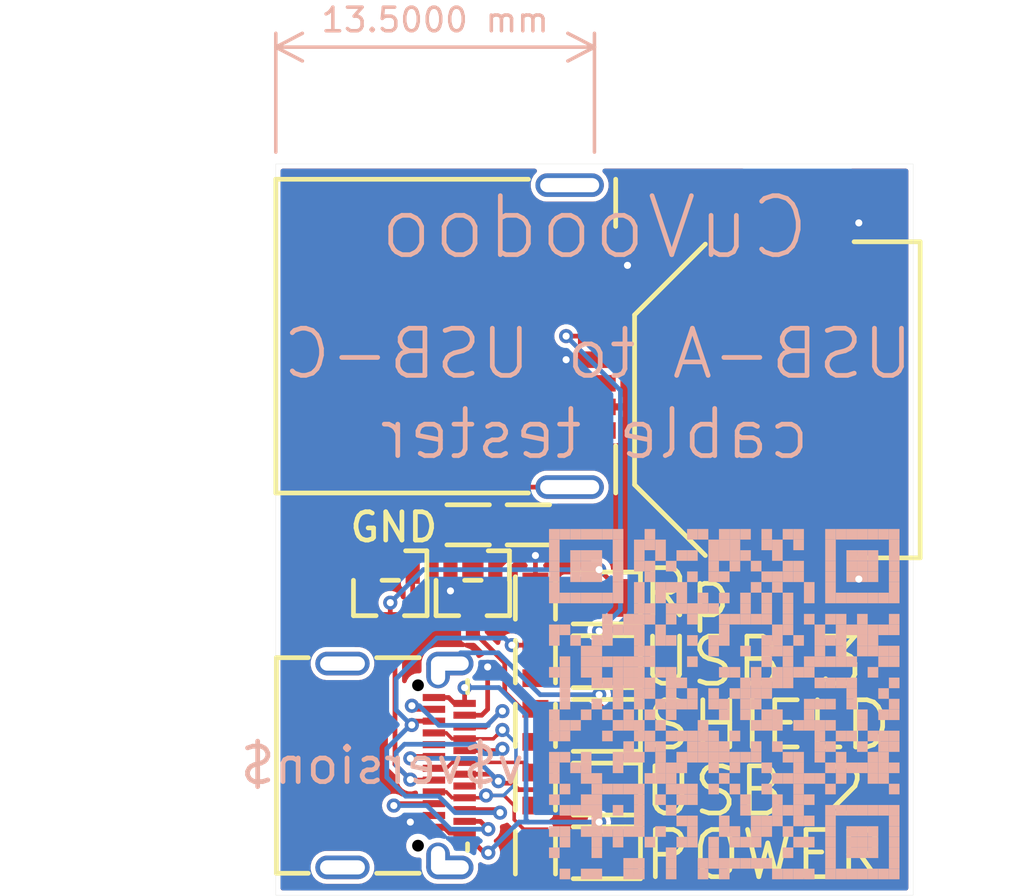
<source format=kicad_pcb>
(kicad_pcb (version 20211014) (generator pcbnew)

  (general
    (thickness 1.6)
  )

  (paper "A4")
  (title_block
    (title "USB-A to USB-C cable tester")
    (date "$date$")
    (rev "$version$.$revision$")
    (company "CuVoodoo")
    (comment 1 "King Kévin")
    (comment 2 "CERN-OHL-S")
  )

  (layers
    (0 "F.Cu" signal)
    (31 "B.Cu" signal)
    (33 "F.Adhes" user "F.Adhesive")
    (34 "B.Paste" user)
    (35 "F.Paste" user)
    (36 "B.SilkS" user "B.Silkscreen")
    (37 "F.SilkS" user "F.Silkscreen")
    (38 "B.Mask" user)
    (39 "F.Mask" user)
    (40 "Dwgs.User" user "User.Drawings")
    (44 "Edge.Cuts" user)
    (45 "Margin" user)
    (46 "B.CrtYd" user "B.Courtyard")
    (47 "F.CrtYd" user "F.Courtyard")
    (48 "B.Fab" user)
    (49 "F.Fab" user)
  )

  (setup
    (stackup
      (layer "F.SilkS" (type "Top Silk Screen"))
      (layer "F.Paste" (type "Top Solder Paste"))
      (layer "F.Mask" (type "Top Solder Mask") (thickness 0.01))
      (layer "F.Cu" (type "copper") (thickness 0.035))
      (layer "dielectric 1" (type "core") (thickness 1.51) (material "FR4") (epsilon_r 4.5) (loss_tangent 0.02))
      (layer "B.Cu" (type "copper") (thickness 0.035))
      (layer "B.Mask" (type "Bottom Solder Mask") (thickness 0.01))
      (layer "B.Paste" (type "Bottom Solder Paste"))
      (layer "B.SilkS" (type "Bottom Silk Screen"))
      (copper_finish "None")
      (dielectric_constraints no)
    )
    (pad_to_mask_clearance 0)
    (pcbplotparams
      (layerselection 0x00010fc_ffffffff)
      (disableapertmacros false)
      (usegerberextensions false)
      (usegerberattributes true)
      (usegerberadvancedattributes true)
      (creategerberjobfile true)
      (svguseinch false)
      (svgprecision 6)
      (excludeedgelayer true)
      (plotframeref false)
      (viasonmask false)
      (mode 1)
      (useauxorigin false)
      (hpglpennumber 1)
      (hpglpenspeed 20)
      (hpglpendiameter 15.000000)
      (dxfpolygonmode true)
      (dxfimperialunits true)
      (dxfusepcbnewfont true)
      (psnegative false)
      (psa4output false)
      (plotreference true)
      (plotvalue true)
      (plotinvisibletext false)
      (sketchpadsonfab false)
      (subtractmaskfromsilk false)
      (outputformat 1)
      (mirror false)
      (drillshape 1)
      (scaleselection 1)
      (outputdirectory "")
    )
  )

  (net 0 "")
  (net 1 "VCC")
  (net 2 "GND")
  (net 3 "/PWR-")
  (net 4 "Net-(D1-Pad2)")
  (net 5 "/USB2-")
  (net 6 "Net-(D2-Pad2)")
  (net 7 "/USB3-")
  (net 8 "Net-(D3-Pad2)")
  (net 9 "Net-(D4-Pad1)")
  (net 10 "Net-(D4-Pad2)")
  (net 11 "Net-(D5-Pad2)")
  (net 12 "Net-(J1-Pad8)")
  (net 13 "Net-(J1-Pad5)")
  (net 14 "/SH-A")
  (net 15 "Net-(J2-PadA3)")
  (net 16 "/PWR+")
  (net 17 "/Rp")
  (net 18 "/USB2+")
  (net 19 "unconnected-(J2-PadA8)")
  (net 20 "/USB3+")
  (net 21 "Net-(J2-PadA11)")
  (net 22 "unconnected-(J2-PadB8)")
  (net 23 "/SH-C")
  (net 24 "Net-(Q7-Pad3)")
  (net 25 "unconnected-(J1-Pad10)")
  (net 26 "unconnected-(J2-PadS2)")
  (net 27 "unconnected-(J2-PadS4)")
  (net 28 "unconnected-(J2-PadS3)")

  (footprint "qeda:UC1608X55N" (layer "F.Cu") (at 61.3 66.4))

  (footprint "qeda:LEDC2012X80N" (layer "F.Cu") (at 64 61 -90))

  (footprint "kikit:Tab" (layer "F.Cu") (at 77.55 49.9 180))

  (footprint "qeda:CONNECTOR_XKB_U262-24XN-4BV64" (layer "F.Cu") (at 54.375 65.4 -90))

  (footprint "qeda:UC1608X55N" (layer "F.Cu") (at 58.45 55.2 -90))

  (footprint "kikit:Tab" (layer "F.Cu") (at 50 47.2))

  (footprint "qeda:LEDC2012X80N" (layer "F.Cu") (at 64 63.7 -90))

  (footprint "qeda:CONNECTOR_MY-1220-03" (layer "F.Cu") (at 71.5 49.9 -90))

  (footprint "qeda:UC1608X55N" (layer "F.Cu") (at 61.3 69.1))

  (footprint "qeda:CONNECTOR_U231-09XN-4BLRA00" (layer "F.Cu") (at 57.5 47.2 -90))

  (footprint "qeda:LEDC2012X80N" (layer "F.Cu") (at 64 69.1 -90))

  (footprint "qeda:UC1608X55N" (layer "F.Cu") (at 61.3 63.7))

  (footprint "custom:pad_A" (layer "F.Cu") (at 52 57.2))

  (footprint "qeda:UC1608X55N" (layer "F.Cu") (at 61 55.2 90))

  (footprint "qeda:SOT95P237X112-3N" (layer "F.Cu") (at 58.65 58.3 -90))

  (footprint "qeda:SOT95P237X112-3N" (layer "F.Cu") (at 55.15 58.3 -90))

  (footprint "qeda:LEDC2012X80N" (layer "F.Cu") (at 64 58.3 -90))

  (footprint "qeda:LEDC2012X80N" (layer "F.Cu") (at 64 66.4 -90))

  (footprint "qeda:UC1608X55N" (layer "F.Cu") (at 61.3 58.3))

  (footprint "qeda:UC1608X55N" (layer "F.Cu") (at 61.3 61))

  (footprint "custom:QR" (layer "B.Cu") (at 69.3 62.8 180))

  (gr_rect (start 50.3 39.9) (end 77.3 70.9) (layer "Edge.Cuts") (width 0.01) (fill none) (tstamp e110771b-8aba-42bd-84d6-617f9ea39dc4))
  (gr_text "cable tester" (at 63.8 51.35) (layer "B.SilkS") (tstamp 179cd2f8-9733-4954-85ff-39ca965aeee1)
    (effects (font (size 2 2) (thickness 0.2)) (justify mirror))
  )
  (gr_text "USB-A to USB-C" (at 63.95 47.95) (layer "B.SilkS") (tstamp 4d7a8855-27cb-41ec-a779-1e63df03c905)
    (effects (font (size 2 2) (thickness 0.2)) (justify mirror))
  )
  (gr_text "v$version$" (at 60.95 65.4) (layer "B.SilkS") (tstamp 792c4c1d-f5d1-4910-9abd-84049f176ad3)
    (effects (font (size 1.5 1.5) (thickness 0.2)) (justify left mirror))
  )
  (gr_text "CuVoodoo" (at 63.8 42.6) (layer "B.SilkS") (tstamp 8a3d6bd8-1b6d-4752-a0a8-fdb777df11ae)
    (effects (font (size 2.5 2.5) (thickness 0.2)) (justify mirror))
  )
  (gr_text "POWER" (at 71 69.2) (layer "F.SilkS") (tstamp 28d0cc7d-8de8-4b53-95ef-6dfe09ee3a59)
    (effects (font (size 2 2) (thickness 0.2)))
  )
  (gr_text "GND" (at 55.3 55.3) (layer "F.SilkS") (tstamp 34852892-c925-4f4c-a185-7e95d257c202)
    (effects (font (size 1.2 1.2) (thickness 0.2)))
  )
  (gr_text "USB 2" (at 70.6 66.5) (layer "F.SilkS") (tstamp 3859f4e5-f8f6-455c-8d1a-163e06472d32)
    (effects (font (size 2 2) (thickness 0.2)))
  )
  (gr_text "USB 3" (at 70.5 61) (layer "F.SilkS") (tstamp 4c0f3b00-6ee3-44a9-9f3c-e2b80cccfc95)
    (effects (font (size 2 2) (thickness 0.2)))
  )
  (gr_text "Rp" (at 67.7 58.1) (layer "F.SilkS") (tstamp 99fc3018-400c-48b2-8606-a82ade13f88d)
    (effects (font (size 2 2) (thickness 0.2)))
  )
  (gr_text "SHIELD" (at 71.2 63.7) (layer "F.SilkS") (tstamp aa6aed97-74af-4bcd-9533-eb1f6168cfd8)
    (effects (font (size 2 2) (thickness 0.2)))
  )
  (dimension (type aligned) (layer "B.SilkS") (tstamp 65d73f6a-fb32-42ec-a309-f2bf1ed0c6db)
    (pts (xy 50.3 39.9) (xy 63.8 39.9))
    (height -4.95)
    (gr_text "13.5000 mm" (at 57.05 33.8) (layer "B.SilkS") (tstamp 58f56b81-869f-47b6-bb56-d60055f3c47f)
      (effects (font (size 1 1) (thickness 0.15)))
    )
    (format (units 3) (units_format 1) (precision 4))
    (style (thickness 0.15) (arrow_length 1.27) (text_position_mode 0) (extension_height 0.58642) (extension_offset 0.5) keep_text_aligned)
  )
  (dimension (type aligned) (layer "F.Fab") (tstamp 0987586c-4343-480a-ae15-bc1b4632f1d3)
    (pts (xy 50.3 39.9) (xy 50.3 70.9))
    (height 5.6)
    (gr_text "31.0000 mm" (at 43.55 55.4 90) (layer "F.Fab") (tstamp 0987586c-4343-480a-ae15-bc1b4632f1d3)
      (effects (font (size 1 1) (thickness 0.15)))
    )
    (format (units 3) (units_format 1) (precision 4))
    (style (thickness 0.1) (arrow_length 1.27) (text_position_mode 0) (extension_height 0.58642) (extension_offset 0.5) keep_text_aligned)
  )
  (dimension (type aligned) (layer "F.Fab") (tstamp d235e816-7f10-40ef-931c-0cccd106ef8e)
    (pts (xy 50.3 39.9) (xy 77.3 39.9))
    (height -2.3)
    (gr_text "27.0000 mm" (at 63.8 36.45) (layer "F.Fab") (tstamp d235e816-7f10-40ef-931c-0cccd106ef8e)
      (effects (font (size 1 1) (thickness 0.15)))
    )
    (format (units 3) (units_format 1) (precision 4))
    (style (thickness 0.1) (arrow_length 1.27) (text_position_mode 0) (extension_height 0.58642) (extension_offset 0.5) keep_text_aligned)
  )

  (segment (start 57 67.52) (end 56.28 67.52) (width 0.2) (layer "F.Cu") (net 1) (tstamp 1b8b5758-c580-4557-87a1-b6222a8116e9))
  (segment (start 57.7 58) (end 57.7 57.15) (width 0.2) (layer "F.Cu") (net 1) (tstamp 3618117b-dab2-40a7-ba43-5eb5fb4ac084))
  (segment (start 63.9 48.2) (end 62.6 48.2) (width 0.2) (layer "F.Cu") (net 1) (tstamp 3b85de12-8f5e-4ee5-baa0-b3e061d387b0))
  (segment (start 74.95 57.45) (end 75 57.5) (width 0.2) (layer "F.Cu") (net 1) (tstamp 40f41ae5-c0fa-46c5-bb56-d03490ca3c74))
  (segment (start 56.28 67.52) (end 56 67.8) (width 0.2) (layer "F.Cu") (net 1) (tstamp 6355cadd-40a2-4caa-bf46-5786df19e887))
  (segment (start 59.024022 63.27) (end 58.3 63.27) (width 0.2) (layer "F.Cu") (net 1) (tstamp 69ec6134-374d-4104-8d1d-f52100048361))
  (segment (start 63.9 44.2) (end 65.2 44.2) (width 0.2) (layer "F.Cu") (net 1) (tstamp 8b0223ce-8578-461b-8300-b85dbef8cc65))
  (segment (start 61.7 55.2) (end 61.7 56.1005) (width 0.2) (layer "F.Cu") (net 1) (tstamp 90d5053f-4a4f-482f-82d0-dbc9242f9414))
  (segment (start 74.95 42.35) (end 75 42.4) (width 0.2) (layer "F.Cu") (net 1) (tstamp 916ac31c-e257-4bf6-ab3c-881b663cb45e))
  (segment (start 61.3 57.6) (end 61.3 56.5005) (width 0.2) (layer "F.Cu") (net 1) (tstamp 9e0b6373-37a1-49ce-9330-a38e67a3ca82))
  (segment (start 59.276089 61.223911) (end 59.276089 63.017933) (width 0.2) (layer "F.Cu") (net 1) (tstamp 9e2debc8-f8b5-45d8-b683-92d0cd68a8b9))
  (segment (start 61.7 56.1005) (end 61.3 56.5005) (width 0.2) (layer "F.Cu") (net 1) (tstamp a41385bb-0811-4d82-ba34-f938f0a7549e))
  (segment (start 59.276089 63.017933) (end 59.024022 63.27) (width 0.2) (layer "F.Cu") (net 1) (tstamp b19d611f-10c6-4b82-a5fb-8b2a03084b94))
  (segment (start 72.4 57.45) (end 74.95 57.45) (width 0.2) (layer "F.Cu") (net 1) (tstamp b851d31a-dd8e-4bc1-832f-5ff796344720))
  (segment (start 72.4 42.35) (end 74.95 42.35) (width 0.2) (layer "F.Cu") (net 1) (tstamp f5dcbef9-d186-485b-bd4f-c91f0d0e3850))
  (via (at 65.2 44.2) (size 0.6) (drill 0.3) (layers "F.Cu" "B.Cu") (net 1) (tstamp 4fa1f0af-4b89-4023-9992-28f7a0a9c009))
  (via (at 59.276089 61.223911) (size 0.6) (drill 0.3) (layers "F.Cu" "B.Cu") (net 1) (tstamp 522fea9f-551e-4434-8631-a4891a80df0c))
  (via (at 75 57.5) (size 0.6) (drill 0.3) (layers "F.Cu" "B.Cu") (free) (net 1) (tstamp 5a6c3353-bd2a-461c-bfd6-749bbcb38c9f))
  (via (at 56 67.8) (size 0.6) (drill 0.3) (layers "F.Cu" "B.Cu") (net 1) (tstamp 64aed69c-80f4-4314-a1a8-c168a4b46aac))
  (via (at 57.7 58) (size 0.6) (drill 0.3) (layers "F.Cu" "B.Cu") (net 1) (tstamp cde70262-8de2-40e1-8ac2-f0f87b0935b8))
  (via (at 62.6 48.2) (size 0.6) (drill 0.3) (layers "F.Cu" "B.Cu") (net 1) (tstamp cf64a83f-fc0f-41f5-a09f-a473f2fcaeb8))
  (via (at 61.3 56.5005) (size 0.6) (drill 0.3) (layers "F.Cu" "B.Cu") (net 1) (tstamp d2cb9189-cf73-4ae4-849f-331b6c5d53fe))
  (via (at 75 42.4) (size 0.6) (drill 0.3) (layers "F.Cu" "B.Cu") (free) (net 1) (tstamp dece80db-b223-47d7-a844-ee468c4ea71a))
  (segment (start 57.87 62.77) (end 58.3 62.77) (width 0.2) (layer "F.Cu") (net 3) (tstamp 28290c71-68de-4c28-8728-ad8c7232ab45))
  (segment (start 64.9 68.7) (end 64 67.8) (width 0.2) (layer "F.Cu") (net 3) (tstamp 30d00695-2761-4e24-8335-8327aaa75002))
  (segment (start 57.62 62.52) (end 57.87 62.77) (width 0.2) (layer "F.Cu") (net 3) (tstamp 33226df9-6400-49bc-887f-48f8f75bdba5))
  (segment (start 58.3 62.77) (end 58.3 62.1) (width 0.2) (layer "F.Cu") (net 3) (tstamp 3f0c5b8a-8754-48a3-907b-6d807b9c72b0))
  (segment (start 57 62.52) (end 57.62 62.52) (width 0.2) (layer "F.Cu") (net 3) (tstamp 64c92ce1-6f9d-46f2-b7a7-1128a377480f))
  (segment (start 64.9 69.1) (end 64.9 68.7) (width 0.2) (layer "F.Cu") (net 3) (tstamp 6c9b78b1-2421-4c64-a4af-ad160cdaab73))
  (segment (start 57.42 68.02) (end 57.67 68.27) (width 0.2) (layer "F.Cu") (net 3) (tstamp 72fcd135-1384-4732-8938-e7add491d0ec))
  (segment (start 59.13 69.1) (end 58.3 68.27) (width 0.2) (layer "F.Cu") (net 3) (tstamp 9e4290f1-51d5-4f7d-81b6-76bba4400bdb))
  (segment (start 59.3 69.1) (end 59.13 69.1) (width 0.2) (layer "F.Cu") (net 3) (tstamp a8abf6e0-f867-45c8-b60c-2e28824cb312))
  (segment (start 57.67 68.27) (end 58.3 68.27) (width 0.2) (layer "F.Cu") (net 3) (tstamp edd723ed-ada5-4c33-b836-6a765deb5ab8))
  (segment (start 57 68.02) (end 57.42 68.02) (width 0.2) (layer "F.Cu") (net 3) (tstamp f595d2d8-fada-4670-85d5-7eadd6975f3a))
  (via (at 58.3 62.1) (size 0.6) (drill 0.3) (layers "F.Cu" "B.Cu") (net 3) (tstamp 61228115-c3c1-4c09-9057-e8b0ee5d5179))
  (via (at 59.3 69.1) (size 0.6) (drill 0.3) (layers "F.Cu" "B.Cu") (net 3) (tstamp 8b661746-cf2c-4a6f-956a-30db112cbceb))
  (via (at 64 67.8) (size 0.6) (drill 0.3) (layers "F.Cu" "B.Cu") (net 3) (tstamp e57c7d3f-2011-4453-ba51-7180f65ec00b))
  (segment (start 64 67.8) (end 61 67.8) (width 0.2) (layer "B.Cu") (net 3) (tstamp 03560363-6a61-4260-ad7c-0a7b18fd9387))
  (segment (start 60.9 63.247986) (end 60.9 67.7) (width 0.2) (layer "B.Cu") (net 3) (tstamp 1dc02f56-c601-4978-ad6f-99ab3cb9600d))
  (segment (start 61 67.8) (end 60.6 67.8) (width 0.2) (layer "B.Cu") (net 3) (tstamp 262efff9-07f6-4127-8dae-3449e11ab2e2))
  (segment (start 59.752014 62.1) (end 60.9 63.247986) (width 0.2) (layer "B.Cu") (net 3) (tstamp 706d331e-9990-47fa-bd71-ffef050819a7))
  (segment (start 60.9 67.7) (end 61 67.8) (width 0.2) (layer "B.Cu") (net 3) (tstamp 8870284b-bbeb-44c8-a36c-49d893d9d8fa))
  (segment (start 60.6 67.8) (end 59.3 69.1) (width 0.2) (layer "B.Cu") (net 3) (tstamp 88a0a88a-c116-4b88-8174-b1fddfa375b8))
  (segment (start 58.3 62.1) (end 59.752014 62.1) (width 0.2) (layer "B.Cu") (net 3) (tstamp 8ec74bc7-7979-4d25-bb25-1002dd3211ed))
  (segment (start 62.4 69.8) (end 63.1 69.1) (width 0.2) (layer "F.Cu") (net 4) (tstamp 06509903-9442-42f4-87a3-aa6effd51270))
  (segment (start 61.3 69.8) (end 62.4 69.8) (width 0.2) (layer "F.Cu") (net 4) (tstamp 92e5436c-8cd0-4fdc-8734-73ea33ab81b2))
  (segment (start 59.434312 65.77) (end 58.3 65.77) (width 0.2) (layer "F.Cu") (net 5) (tstamp 0fc718bd-20bf-4e09-8059-b80b256078a1))
  (segment (start 56.08 65.02) (end 56 65.1) (width 0.2) (layer "F.Cu") (net 5) (tstamp 144cb0a8-c226-41b7-b231-5a667076bcd5))
  (segment (start 62.4 65.3) (end 63.949022 65.3) (width 0.2) (layer "F.Cu") (net 5) (tstamp 39e8fab7-e3b2-483d-bee8-a812d8a861cd))
  (segment (start 62.250489 66.273533) (end 62.250489 65.449511) (width 0.2) (layer "F.Cu") (net 5) (tstamp 5b4c0919-1e6b-4e97-9192-b1bf7a7caee7))
  (segment (start 59.729808 66.065496) (end 59.81529 66.150978) (width 0.2) (layer "F.Cu") (net 5) (tstamp 6244e5a5-1887-44c1-921a-22c225f4ed75))
  (segment (start 62.098533 66.425489) (end 62.250489 66.273533) (width 0.2) (layer "F.Cu") (net 5) (tstamp 67cffd96-66e1-4f8d-a493-5f1f80ab8495))
  (segment (start 64.9 66.250978) (end 64.9 66.4) (width 0.2) (layer "F.Cu") (net 5) (tstamp 812711a1-1db5-45f9-8402-3f59cef0a66e))
  (segment (start 57 65.02) (end 56.08 65.02) (width 0.2) (layer "F.Cu") (net 5) (tstamp 81492a5c-d7b0-4e18-9355-4604ecdbffbc))
  (segment (start 59.81529 66.150978) (end 60.3 66.150978) (width 0.2) (layer "F.Cu") (net 5) (tstamp b09ed1ab-bd78-457e-b690-5a269a22f9e2))
  (segment (start 62.250489 65.449511) (end 62.4 65.3) (width 0.2) (layer "F.Cu") (net 5) (tstamp b99c66e4-fe49-46ab-8449-b9ad6b94dbfc))
  (segment (start 60.3 66.150978) (end 60.574511 66.425489) (width 0.2) (layer "F.Cu") (net 5) (tstamp e95a020f-b884-4c3e-9086-4b4235ac5ec8))
  (segment (start 63.949022 65.3) (end 64.9 66.250978) (width 0.2) (layer "F.Cu") (net 5) (tstamp edc3baf0-16d6-4606-a34e-1ccbcaa52ab8))
  (segment (start 60.574511 66.425489) (end 62.098533 66.425489) (width 0.2) (layer "F.Cu") (net 5) (tstamp f141967a-c0ab-4b1e-ad40-f448b7f7d947))
  (segment (start 59.729808 66.065496) (end 59.434312 65.77) (width 0.2) (layer "F.Cu") (net 5) (tstamp fee3ca4b-a214-46b3-9cb4-84f213190977))
  (via (at 59.729808 66.065496) (size 0.6) (drill 0.3) (layers "F.Cu" "B.Cu") (net 5) (tstamp d16c3a18-cdc1-4179-9758-b39f74001ef6))
  (via (at 56 65.1) (size 0.6) (drill 0.3) (layers "F.Cu" "B.Cu") (net 5) (tstamp dead273e-4cd2-49fd-9279-ca8452283aec))
  (segment (start 59.729808 66.065496) (end 58.764312 65.1) (width 0.2) (layer "B.Cu") (net 5) (tstamp 6d43aa55-7c83-46a6-a197-3d6b71417ad4))
  (segment (start 58.764312 65.1) (end 56 65.1) (width 0.2) (layer "B.Cu") (net 5) (tstamp 82f2ee27-d41f-4f1d-b6c2-4795bb7b85de))
  (segment (start 62.4 67.1) (end 63.1 66.4) (width 0.2) (layer "F.Cu") (net 6) (tstamp c360a504-90a0-4d4b-be27-6c560537bcf3))
  (segment (start 61.3 67.1) (end 62.4 67.1) (width 0.2) (layer "F.Cu") (net 6) (tstamp e1eee509-ea3d-4376-92ce-6543c57e18f5))
  (segment (start 63.9 47.2) (end 62.6 47.2) (width 0.2) (layer "F.Cu") (net 7) (tstamp 082efa80-21ad-47b6-93ac-219b6d5d19ec))
  (segment (start 64 60.1) (end 64.9 61) (width 0.2) (layer "F.Cu") (net 7) (tstamp 0982c320-41d0-4282-82c8-c03c9c5254d1))
  (segment (start 64 59.7) (end 64 60.1) (width 0.2) (layer "F.Cu") (net 7) (tstamp 7ec8cb36-5a02-42fc-82ee-8cb2604766dd))
  (via (at 64 59.7) (size 0.6) (drill 0.3) (layers "F.Cu" "B.Cu") (net 7) (tstamp 63ceaa7b-3446-4530-808d-5bd8a9a9b270))
  (via (at 62.6 47.2) (size 0.6) (drill 0.3) (layers "F.Cu" "B.Cu") (net 7) (tstamp fed793c4-5920-4faa-8924-fb809828384f))
  (segment (start 64.900489 58.799511) (end 64.900489 49.500489) (width 0.2) (layer "B.Cu") (net 7) (tstamp 0d169fdd-0647-4144-b48a-f330c5b6aead))
  (segment (start 64 59.7) (end 64.900489 58.799511) (width 0.2) (layer "B.Cu") (net 7) (tstamp 4d411035-f8e7-4ab1-bccf-bb9ceced5881))
  (segment (start 64.900489 49.500489) (end 62.6 47.2) (width 0.2) (layer "B.Cu") (net 7) (tstamp 812beb1f-4872-4838-806c-81ab5e558f5f))
  (segment (start 62.4 61.7) (end 63.1 61) (width 0.2) (layer "F.Cu") (net 8) (tstamp 2d65021b-1d2c-4c04-b724-b366f1e833cf))
  (segment (start 61.3 61.7) (end 62.4 61.7) (width 0.2) (layer "F.Cu") (net 8) (tstamp 33696b01-17e0-42f4-97e2-ea740f87064e))
  (segment (start 55.15 58.5) (end 55.15 59.45) (width 0.2) (layer "F.Cu") (net 9) (tstamp 3c14ee8f-9a4f-46ea-afdb-aa9a9b7bf048))
  (segment (start 64.9 58) (end 64 57.1) (width 0.2) (layer "F.Cu") (net 9) (tstamp 7c7ab7b4-5070-4ed7-9886-e339d46c25fb))
  (segment (start 64.9 58.3) (end 64.9 58) (width 0.2) (layer "F.Cu") (net 9) (tstamp c19515e2-da46-48cf-938f-85c3f081425e))
  (via (at 64 57.1) (size 0.6) (drill 0.3) (layers "F.Cu" "B.Cu") (net 9) (tstamp 3af5ac5c-4cd6-4c08-91d9-7786621392e8))
  (via (at 55.15 58.5) (size 0.6) (drill 0.3) (layers "F.Cu" "B.Cu") (net 9) (tstamp ae2c0a70-2378-43ca-8685-04fb9d234ad8))
  (segment (start 64 57.1) (end 56.55 57.1) (width 0.2) (layer "B.Cu") (net 9) (tstamp 372d452d-f849-4cc6-ae6a-a7516e652ab4))
  (segment (start 56.55 57.1) (end 55.15 58.5) (width 0.2) (layer "B.Cu") (net 9) (tstamp a4173900-d5a2-4f4f-b879-f765c8e0a10c))
  (segment (start 61.3 59) (end 62.4 59) (width 0.2) (layer "F.Cu") (net 10) (tstamp 600bf926-757a-4ba3-85e6-922f96976d2a))
  (segment (start 62.4 59) (end 63.1 58.3) (width 0.2) (layer "F.Cu") (net 10) (tstamp d6297aad-2160-46a6-b90b-5d247f2de6a1))
  (segment (start 62.4 64.4) (end 63.1 63.7) (width 0.2) (layer "F.Cu") (net 11) (tstamp 8c73cd64-a10b-4858-8882-a99d1f846635))
  (segment (start 61.3 64.4) (end 62.4 64.4) (width 0.2) (layer "F.Cu") (net 11) (tstamp d00bd804-a559-4e7f-b2f8-adbbae07fff7))
  (segment (start 62.4 44.8) (end 62.8 45.2) (width 0.2) (layer "F.Cu") (net 12) (tstamp 45cfbb0f-1c5b-43ff-8533-b7e190cf389b))
  (segment (start 63.9 43.2) (end 62.8 43.2) (width 0.2) (layer "F.Cu") (net 12) (tstamp 4935fee8-0ddb-46bc-b996-bcf8323e668a))
  (segment (start 62.4 43.6) (end 62.4 44.8) (width 0.2) (layer "F.Cu") (net 12) (tstamp a962cbfa-7c3c-443d-a1fd-57c1f365e664))
  (segment (start 62.8 45.2) (end 63.9 45.2) (width 0.2) (layer "F.Cu") (net 12) (tstamp add3771a-39c6-4bbe-9d69-4a67a27dbc26))
  (segment (start 62.8 43.2) (end 62.4 43.6) (width 0.2) (layer "F.Cu") (net 12) (tstamp c1f4cebc-f59d-49cc-b8d8-cee160f95adb))
  (segment (start 63.9 49.2) (end 62.9 49.2) (width 0.2) (layer "F.Cu") (net 13) (tstamp 757b6d0a-4def-4e83-be0c-da2a4643d0a7))
  (segment (start 62.9 49.2) (end 62.4 49.7) (width 0.2) (layer "F.Cu") (net 13) (tstamp 8053613e-4da5-4674-956b-0172ac5f84a0))
  (segment (start 62.4 49.7) (end 62.4 50.7) (width 0.2) (layer "F.Cu") (net 13) (tstamp 88040059-67a4-499c-9026-190d2a993001))
  (segment (start 62.9 51.2) (end 63.9 51.2) (width 0.2) (layer "F.Cu") (net 13) (tstamp 89289089-3246-439a-a0bd-35dcbad4cb49))
  (segment (start 62.4 50.7) (end 62.9 51.2) (width 0.2) (layer "F.Cu") (net 13) (tstamp c6f8c1ef-a233-4fca-ad84-621eb972d8b5))
  (segment (start 62.75 53.6) (end 60.7 53.6) (width 0.2) (layer "F.Cu") (net 14) (tstamp 2435d61f-5f98-4ecd-8c80-9a25b4d12d87))
  (segment (start 60.3 54) (end 60.3 55.2) (width 0.2) (layer "F.Cu") (net 14) (tstamp 33a7aa15-c8cd-4c5b-a5b6-a4d676d708b5))
  (segment (start 60.3 55.2) (end 60.3 56.45) (width 0.2) (layer "F.Cu") (net 14) (tstamp 5a80a8fa-5909-4d26-a1be-bce0921aa9d0))
  (segment (start 60.7 53.6) (end 60.3 54) (width 0.2) (layer "F.Cu") (net 14) (tstamp 80e27d24-6016-42e8-a2d1-a5f29b6a81b6))
  (segment (start 60.3 56.45) (end 59.6 57.15) (width 0.2) (layer "F.Cu") (net 14) (tstamp bce6a095-1537-40ac-9fcb-a3b2f1494d31))
  (segment (start 58.3 63.77) (end 59.178085 63.77) (width 0.2) (layer "F.Cu") (net 15) (tstamp 1999fdda-b3cd-4b34-b78b-6b631e42f685))
  (segment (start 57 63.02) (end 56.216416 63.02) (width 0.2) (layer "F.Cu") (net 15) (tstamp 33ce2d79-cd34-4a55-8db9-806c37f11890))
  (segment (start 59.851589 63.096496) (end 59.900672 63.096496) (width 0.2) (layer "F.Cu") (net 15) (tstamp 6ffb6b44-1b6f-46b2-adf7-9dc8e95491f3))
  (segment (start 59.178085 63.77) (end 59.851589 63.096496) (width 0.2) (layer "F.Cu") (net 15) (tstamp 92d9609c-1018-4020-8408-b22e1b86c5ae))
  (segment (start 56.216416 63.02) (end 56.06596 62.869544) (width 0.2) (layer "F.Cu") (net 15) (tstamp 9e9355c0-df62-4a39-905b-9406ed732fc6))
  (via (at 56.06596 62.869544) (size 0.6) (drill 0.3) (layers "F.Cu" "B.Cu") (net 15) (tstamp 581f32bb-9ddc-4471-b080-76e130484983))
  (via (at 59.900672 63.096496) (size 0.6) (drill 0.3) (layers "F.Cu" "B.Cu") (net 15) (tstamp b758e163-5102-46e6-a850-b3b6ff0de536))
  (segment (start 59.3 63.648085) (end 59.3 63.7) (width 0.2) (layer "B.Cu") (net 15) (tstamp 279f8941-5e19-463c-8d8f-d5fc08dd1b0e))
  (segment (start 59.3 63.7) (end 57.211699 63.7) (width 0.2) (layer "B.Cu") (net 15) (tstamp 62edeeab-d68e-4848-b8b6-0a6e84f8c1a9))
  (segment (start 59.851589 63.096496) (end 59.3 63.648085) (width 0.2) (layer "B.Cu") (net 15) (tstamp 800742b1-ea68-430f-b38d-b650b44f9057))
  (segment (start 56.381243 62.869544) (end 56.06596 62.869544) (width 0.2) (layer "B.Cu") (net 15) (tstamp afc06b9b-0555-49ad-a75f-16ecde840603))
  (segment (start 59.900672 63.096496) (end 59.851589 63.096496) (width 0.2) (layer "B.Cu") (net 15) (tstamp c46343eb-af26-43f7-8b9b-17255129c1f2))
  (segment (start 57.211699 63.7) (end 56.381243 62.869544) (width 0.2) (layer "B.Cu") (net 15) (tstamp d835af60-ec0d-472e-b764-5789ed185a0a))
  (segment (start 57 64.02) (end 57.52 64.02) (width 0.15) (layer "F.Cu") (net 16) (tstamp 17b2821c-9b29-4198-aa70-180564528a28))
  (segment (start 59.207146 66.6705) (end 59.9705 66.6705) (width 0.15) (layer "F.Cu") (net 16) (tstamp 21860735-99ca-40fa-86d0-8a4e0e9d557b))
  (segment (start 59.899925 63.895998) (end 59.674934 64.120989) (width 0.15) (layer "F.Cu") (net 16) (tstamp 41cbf25a-2f94-4725-be3d-3c9fdf2a3017))
  (segment (start 59.107646 66.77) (end 59.207146 66.6705) (width 0.15) (layer "F.Cu") (net 16) (tstamp 4e6709cf-762d-427c-8534-22e2be7cb912))
  (segment (start 59.662529 64.120989) (end 59.513518 64.27) (width 0.15) (layer "F.Cu") (net 16) (tstamp 5b78b96f-bbfb-4d01-8f96-fddb62cc7b2b))
  (segment (start 58.3 66.77) (end 59.107646 66.77) (width 0.15) (layer "F.Cu") (net 16) (tstamp 6100481f-aff1-46d4-982f-3ff26d92b3f2))
  (segment (start 57 66.52) (end 57.52 66.52) (width 0.15) (layer "F.Cu") (net 16) (tstamp 6e65f4f8-9e8d-4724-8425-ecc50db044f1))
  (segment (start 59.513518 64.27) (end 58.3 64.27) (width 0.15) (layer "F.Cu") (net 16) (tstamp 74c59a5f-a887-47b2-8ba1-82797869c834))
  (segment (start 57.52 66.52) (end 57.77 66.77) (width 0.15) (layer "F.Cu") (net 16) (tstamp 80d0a409-42e8-426e-ba03-1b5244f06655))
  (segment (start 59.9705 66.6705) (end 60.4 67.1) (width 0.15) (layer "F.Cu") (net 16) (tstamp 87dd1b5b-8aad-4cd8-b03b-8219682c3779))
  (segment (start 57.52 64.02) (end 57.77 64.27) (width 0.15) (layer "F.Cu") (net 16) (tstamp 9013eee6-b64d-40fa-a83e-b27ec895221b))
  (segment (start 57.77 66.77) (end 58.3 66.77) (width 0.15) (layer "F.Cu") (net 16) (tstamp a0e57082-d29f-41ba-926e-5eb600adeb09))
  (segment (start 59.674934 64.120989) (end 59.662529 64.120989) (width 0.15) (layer "F.Cu") (net 16) (tstamp a59e34c0-205f-455d-b8c8-36e95924bcd8))
  (segment (start 61.1 68.4) (end 61.3 68.4) (width 0.15) (layer "F.Cu") (net 16) (tstamp ae0786e2-53b5-4f7f-9dc9-4f01b1eeb4d6))
  (segment (start 60.4 67.1) (end 60.4 67.7) (width 0.15) (layer "F.Cu") (net 16) (tstamp dc5f25db-aeee-4fae-b2d8-9ec545e2c84a))
  (segment (start 57.77 64.27) (end 58.3 64.27) (width 0.15) (layer "F.Cu") (net 16) (tstamp df20a2e8-6a68-4b24-a4aa-5430bf05df97))
  (segment (start 60.4 67.7) (end 61.1 68.4) (width 0.15) (layer "F.Cu") (net 16) (tstamp ecbe0046-f121-4584-94a9-cd17e6aec82e))
  (via (at 59.899925 63.895998) (size 0.6) (drill 0.3) (layers "F.Cu" "B.Cu") (net 16) (tstamp 7354a64d-c91d-4ac9-a819-952426dc9142))
  (via (at 59.207146 66.6705) (size 0.6) (drill 0.3) (layers "F.Cu" "B.Cu") (net 16) (tstamp cdea7b84-076c-4f56-aca0-5b8e84ab5297))
  (segment (start 59.954989 66.6705) (end 59.207146 66.6705) (width 0.15) (layer "B.Cu") (net 16) (tstamp 3f6b30f6-23b7-4d6e-8fbe-e3aa3c98e00a))
  (segment (start 60.017482 64) (end 60.475011 64.457529) (width 0.15) (layer "B.Cu") (net 16) (tstamp 65a3d422-7ee4-471e-96a4-5092c4d7a106))
  (segment (start 59.899925 63.895998) (end 60.003927 64) (width 0.15) (layer "B.Cu") (net 16) (tstamp b3665817-9b68-4f72-b6fd-11f6e1069296))
  (segment (start 60.475011 66.150478) (end 59.954989 66.6705) (width 0.15) (layer "B.Cu") (net 16) (tstamp b7715cd4-4546-4d5a-9eae-0c91f4af9278))
  (segment (start 60.003927 64) (end 60.017482 64) (width 0.15) (layer "B.Cu") (net 16) (tstamp ba1db7a5-b5f8-4c49-9498-fe7854c54e67))
  (segment (start 60.475011 64.457529) (end 60.475011 66.150478) (width 0.15) (layer "B.Cu") (net 16) (tstamp ee950e96-3105-47a9-b219-97d2819305c6))
  (segment (start 56 66) (end 55.35 65.35) (width 0.2) (layer "F.Cu") (net 17) (tstamp 0e58d3fd-afbe-4bfd-ac0f-2f0592aa6161))
  (segment (start 57.75 55.2) (end 56.45 55.2) (width 0.2) (layer "F.Cu") (net 17) (tstamp 1957147b-edd7-4152-b94c-848e7e4ff05d))
  (segment (start 56.02 66.02) (end 56 66) (width 0.2) (layer "F.Cu") (net 17) (tstamp 403015a3-4731-4cbb-83e6-fecf924c41fe))
  (segment (start 56.1 59.95) (end 56.1 57.15) (width 0.2) (layer "F.Cu") (net 17) (tstamp 42e95b2f-7850-4047-b36d-17bca81f8b84))
  (segment (start 59.826 64.77) (end 58.3 64.77) (width 0.2) (layer "F.Cu") (net 17) (tstamp 437cc4f3-1784-448c-ad2c-4e52c2e32efd))
  (segment (start 56.45 55.2) (end 56.1 55.55) (width 0.2) (layer "F.Cu") (net 17) (tstamp 43f202cf-c786-4e88-b869-6cc6e0331047))
  (segment (start 55.35 65.35) (end 55.35 60.7) (width 0.2) (layer "F.Cu") (net 17) (tstamp 50453182-53d9-48e8-b849-ba728d80c628))
  (segment (start 57 66.02) (end 56.02 66.02) (width 0.2) (layer "F.Cu") (net 17) (tstamp 7523f17d-577d-4f32-9757-c8c490a68615))
  (segment (start 55.35 60.7) (end 56.1 59.95) (width 0.2) (layer "F.Cu") (net 17) (tstamp aa815c9e-d6c3-4196-a997-7f0eb44bbf60))
  (segment (start 59.9005 64.6955) (end 59.826 64.77) (width 0.2) (layer "F.Cu") (net 17) (tstamp b7277299-f263-4b1b-8872-bad30caded7f))
  (segment (start 56.1 55.55) (end 56.1 57.15) (width 0.2) (layer "F.Cu") (net 17) (tstamp d994a382-eebf-434b-a24d-5c20fcc073e6))
  (via (at 59.9005 64.6955) (size 0.6) (drill 0.3) (layers "F.Cu" "B.Cu") (net 17) (tstamp 1058638b-0448-4b13-b8cd-6e6cb2991d52))
  (via (at 56 66) (size 0.6) (drill 0.3) (layers "F.Cu" "B.Cu") (net 17) (tstamp 5e70abfd-eaf8-448b-b8f0-9829f1f629c8))
  (segment (start 58.729807 64.500489) (end 55.751673 64.500489) (width 0.2) (layer "B.Cu") (net 17) (tstamp 33c36b57-c0bf-4461-9aaa-ce4e7747f214))
  (segment (start 59.696 64.9) (end 59.129318 64.9) (width 0.2) (layer "B.Cu") (net 17) (tstamp 6c98df7a-299e-4711-95fd-414992615bfb))
  (segment (start 55.400489 64.851673) (end 55.400489 65.400489) (width 0.2) (layer "B.Cu") (net 17) (tstamp 76bd36e9-2b15-433b-8623-8dc25ff5a400))
  (segment (start 59.9005 64.6955) (end 59.696 64.9) (width 0.2) (layer "B.Cu") (net 17) (tstamp 77535946-c973-4a96-95b8-11b8a2f8d983))
  (segment (start 59.129318 64.9) (end 58.729807 64.500489) (width 0.2) (layer "B.Cu") (net 17) (tstamp 96803f82-2a50-4ed3-ac99-6cfbad85dd8c))
  (segment (start 55.751673 64.500489) (end 55.400489 64.851673) (width 0.2) (layer "B.Cu") (net 17) (tstamp 9f0bc63f-1460-43a0-b805-0fa2112e7239))
  (segment (start 55.400489 65.400489) (end 56 66) (width 0.2) (layer "B.Cu") (net 17) (tstamp d7fd82c1-0548-469d-852b-f973ef1fedd6))
  (segment (start 58.3 65.27) (end 60.87 65.27) (width 0.15) (layer "F.Cu") (net 18) (tstamp 0c38640b-8b09-4f8b-b836-abe3013c930a))
  (segment (start 57.780489 65.27) (end 57.530489 65.52) (width 0.15) (layer "F.Cu") (net 18) (tstamp 9f875f3b-75d8-4ab5-ba15-ab57767145e5))
  (segment (start 57.530489 65.52) (end 57 65.52) (width 0.15) (layer "F.Cu") (net 18) (tstamp ae708ea0-f24a-4229-97fa-4a42c08438a3))
  (segment (start 60.87 65.27) (end 61.3 65.7) (width 0.15) (layer "F.Cu") (net 18) (tstamp c26527dd-e6bc-4e1c-9e48-befadafea0f0))
  (segment (start 58.3 65.27) (end 57.780489 65.27) (width 0.15) (layer "F.Cu") (net 18) (tstamp e0855b11-26db-4ead-90c1-ecd50a06b896))
  (segment (start 56.225715 63.52) (end 57 63.52) (width 0.2) (layer "F.Cu") (net 20) (tstamp 3acbcd2f-27c0-4709-979d-3b7336372b5d))
  (segment (start 59.67 67.27) (end 59.8 67.4) (width 0.2) (layer "F.Cu") (net 20) (tstamp 944ad369-e13b-4129-9657-05f054f31058))
  (segment (start 58.3 67.27) (end 59.67 67.27) (width 0.2) (layer "F.Cu") (net 20) (tstamp ce5a214e-e949-4e56-8f99-95557a3c80a2))
  (segment (start 56.061225 63.68449) (end 56.225715 63.52) (width 0.2) (layer "F.Cu") (net 20) (tstamp df4f1b29-697b-42ca-8eb1-ee4d1edfffb5))
  (segment (start 60.3 60.3) (end 61.3 60.3) (width 0.2) (layer "F.Cu") (net 20) (tstamp fddb5796-afc6-4507-a67a-652701b518de))
  (via (at 56.061225 63.68449) (size 0.6) (drill 0.3) (layers "F.Cu" "B.Cu") (net 20) (tstamp 5c5e998c-ab9c-45aa-9d11-93f4b917d5aa))
  (via (at 59.8 67.4) (size 0.6) (drill 0.3) (layers "F.Cu" "B.Cu") (net 20) (tstamp 6006943d-3a6b-47d6-aad6-b4b26f7ed1da))
  (via (at 60.3 60.3) (size 0.6) (drill 0.3) (layers "F.Cu" "B.Cu") (net 20) (tstamp cbcab39e-255e-4356-b4ad-568db02be456))
  (segment (start 55.80048 66.70048) (end 57.20048 66.70048) (width 0.2) (layer "B.Cu") (net 20) (tstamp 04c664a8-68e5-476a-89f5-7523558b0dac))
  (segment (start 55.00097 64.686186) (end 55.00097 65.90097) (width 0.2) (layer "B.Cu") (net 20) (tstamp 13866240-90b8-4f3a-b916-e41131788f4c))
  (segment (start 55.4 63.051422) (end 55.4 61.724308) (width 0.2) (layer "B.Cu") (net 20) (tstamp 1fa1b9a5-23af-4830-a50a-e74c8023bde1))
  (segment (start 55.4 61.724308) (end 57.124308 60) (width 0.2) (layer "B.Cu") (net 20) (tstamp 26098c39-2bae-419b-8cf1-7a6677cf507a))
  (segment (start 57.124308 60) (end 60 60) (width 0.2) (layer "B.Cu") (net 20) (tstamp 426fde91-1280-4d5d-9075-46502827b6c0))
  (segment (start 60 60) (end 60.3 60.3) (width 0.2) (layer "B.Cu") (net 20) (tstamp 51cf6a37-ecd8-4fb7-b019-43e2a1c3dc5e))
  (segment (start 56.061225 63.68449) (end 56.002666 63.68449) (width 0.2) (layer "B.Cu") (net 20) (tstamp 720190b3-9634-4e18-ab1e-7010e9155daf))
  (segment (start 57.9 67.4) (end 59.8 67.4) (width 0.2) (layer "B.Cu") (net 20) (tstamp 814e2a68-efef-43f5-9dbc-2174a0471912))
  (segment (start 56.033068 63.68449) (end 55.4 63.051422) (width 0.2) (layer "B.Cu") (net 20) (tstamp 8deff56e-f994-436f-aeb6-2b1e261a16e9))
  (segment (start 55.00097 65.90097) (end 55.80048 66.70048) (width 0.2) (layer "B.Cu") (net 20) (tstamp abe60521-ec8a-4eb7-bcfb-72ffd0c2e426))
  (segment (start 56.061225 63.68449) (end 56.033068 63.68449) (width 0.2) (layer "B.Cu") (net 20) (tstamp c17ed371-8862-49a8-a7d7-e671b77c9928))
  (segment (start 56.002666 63.68449) (end 55.00097 64.686186) (width 0.2) (layer "B.Cu") (net 20) (tstamp d7586676-0bba-4b4e-97f0-814e474c2e83))
  (segment (start 57.20048 66.70048) (end 57.9 67.4) (width 0.2) (layer "B.Cu") (net 20) (tstamp f1795a69-a6fa-4bb6-b64a-c8afbeec7bf6))
  (segment (start 58.97 67.77) (end 58.3 67.77) (width 0.2) (layer "F.Cu") (net 21) (tstamp 775920e1-4c27-4a46-b66a-3af97f817a69))
  (segment (start 59.3 68.1) (end 58.97 67.77) (width 0.2) (layer "F.Cu") (net 21) (tstamp 905925ae-53e8-4429-9d47-ac2bc3188113))
  (segment (start 55.3 67.1) (end 55.38 67.02) (width 0.2) (layer "F.Cu") (net 21) (tstamp 9b3eb714-d2ae-4526-927b-773770ce0b2b))
  (segment (start 55.38 67.02) (end 57 67.02) (width 0.2) (layer "F.Cu") (net 21) (tstamp bf8ba8a0-36d5-4e5d-ac0b-d5f75dc5f60d))
  (via (at 59.3 68.1) (size 0.6) (drill 0.3) (layers "F.Cu" "B.Cu") (net 21) (tstamp 2333aaf4-17d6-4e23-ad2e-82b13e48715f))
  (via (at 55.3 67.1) (size 0.6) (drill 0.3) (layers "F.Cu" "B.Cu") (net 21) (tstamp 66ab4398-1c3d-42ce-aa14-eefaae86af29))
  (segment (start 55.3 67.1) (end 56.7 67.1) (width 0.2) (layer "B.Cu") (net 21) (tstamp 0db5d3eb-0aa9-4d15-8285-ee974a6d29d1))
  (segment (start 56.7 67.1) (end 57.7 68.1) (width 0.2) (layer "B.Cu") (net 21) (tstamp 60cef33b-3572-45bd-a579-eb139a9c9c4e))
  (segment (start 57.7 68.1) (end 59.3 68.1) (width 0.2) (layer "B.Cu") (net 21) (tstamp aedd7e23-3f86-4a52-b801-94567ab2f8dc))
  (segment (start 64 62.4) (end 64 62.8) (width 0.2) (layer "F.Cu") (net 23) (tstamp 4652ec4f-ff8a-46de-be90-64316d88ae8b))
  (segment (start 64 62.8) (end 64.9 63.7) (width 0.2) (layer "F.Cu") (net 23) (tstamp 8f030a28-e814-4f86-97f5-b6867c9d6954))
  (via (at 64 62.4) (size 0.6) (drill 0.3) (layers "F.Cu" "B.Cu") (net 23) (tstamp c98be236-8792-4dce-b46b-7977c7d20059))
  (segment (start 59.7244 60.6244) (end 61.5 62.4) (width 0.2) (layer "B.Cu") (net 23) (tstamp 54717502-8c9c-4654-bc17-e5105d70bdbe))
  (segment (start 57.675 61.08) (end 58.1306 60.6244) (width 0.2) (layer "B.Cu") (net 23) (tstamp ab16fdc2-d25f-4858-9732-fb85b0f02e84))
  (segment (start 58.1306 60.6244) (end 59.7244 60.6244) (width 0.2) (layer "B.Cu") (net 23) (tstamp bffac24e-1225-4bd8-b80f-d69323019de7))
  (segment (start 61.5 62.4) (end 64 62.4) (width 0.2) (layer "B.Cu") (net 23) (tstamp e50fd9c4-0caf-4061-ade8-dc069a2699d0))
  (segment (start 58.65 59.45) (end 58.65 59.7) (width 0.2) (layer "F.Cu") (net 24) (tstamp 673ca9b2-f4ba-449f-81e1-4926b5cee031))
  (segment (start 60 61.05) (end 60 62.3) (width 0.2) (layer "F.Cu") (net 24) (tstamp a692a7a3-a855-4d61-a390-560f358b0904))
  (segment (start 60 62.3) (end 60.7 63) (width 0.2) (layer "F.Cu") (net 24) (tstamp c40ba043-4452-47b4-9088-7d6d1cd25743))
  (segment (start 60.7 63) (end 61.3 63) (width 0.2) (layer "F.Cu") (net 24) (tstamp dba9cab6-beeb-4bc2-be5a-6cd74c2e6ad5))
  (segment (start 58.65 59.7) (end 60 61.05) (width 0.2) (layer "F.Cu") (net 24) (tstamp e817e54b-3e3b-44d3-acad-dd6e41e6cd3f))

  (zone (net 2) (net_name "GND") (layer "F.Cu") (tstamp f1fb88a7-782f-4878-996d-83985135eb38) (hatch edge 0.508)
    (connect_pads (clearance 0.2))
    (min_thickness 0.2) (filled_areas_thickness no)
    (fill yes (thermal_gap 0.3) (thermal_bridge_width 0.3))
    (polygon
      (pts
        (xy 77.1 70.7)
        (xy 50.5 70.7)
        (xy 50.5 40.1)
        (xy 77.1 40.1)
      )
    )
    (filled_polygon
      (layer "F.Cu")
      (pts
        (xy 61.323669 40.119407)
        (xy 61.359633 40.168907)
        (xy 61.359633 40.230093)
        (xy 61.333107 40.270473)
        (xy 61.333349 40.270688)
        (xy 61.22056 40.397279)
        (xy 61.21777 40.402549)
        (xy 61.217769 40.40255)
        (xy 61.214526 40.408675)
        (xy 61.141224 40.547119)
        (xy 61.099919 40.711559)
        (xy 61.099031 40.881105)
        (xy 61.138612 41.045968)
        (xy 61.216375 41.196631)
        (xy 61.327831 41.324396)
        (xy 61.466547 41.421887)
        (xy 61.624513 41.483476)
        (xy 61.630428 41.484255)
        (xy 61.630429 41.484255)
        (xy 61.743624 41.499157)
        (xy 61.753826 41.5005)
        (xy 63.742516 41.5005)
        (xy 63.765443 41.497726)
        (xy 63.862398 41.485993)
        (xy 63.862401 41.485992)
        (xy 63.86832 41.485276)
        (xy 64.026923 41.425345)
        (xy 64.03184 41.421965)
        (xy 64.031843 41.421964)
        (xy 64.161733 41.332692)
        (xy 64.166651 41.329312)
        (xy 64.27944 41.202721)
        (xy 64.282665 41.196631)
        (xy 64.298135 41.167412)
        (xy 64.358776 41.052881)
        (xy 64.400081 40.888441)
        (xy 64.400969 40.718895)
        (xy 64.361388 40.554032)
        (xy 64.283625 40.403369)
        (xy 64.172169 40.275604)
        (xy 64.168094 40.27274)
        (xy 64.137692 40.220086)
        (xy 64.144086 40.159235)
        (xy 64.185026 40.113765)
        (xy 64.234528 40.1005)
        (xy 70.074079 40.1005)
        (xy 70.13227 40.119407)
        (xy 70.168234 40.168907)
        (xy 70.168234 40.230093)
        (xy 70.153496 40.254144)
        (xy 70.155448 40.255448)
        (xy 70.111133 40.321769)
        (xy 70.0995 40.380252)
        (xy 70.0995 44.319748)
        (xy 70.111133 44.378231)
        (xy 70.155448 44.444552)
        (xy 70.221769 44.488867)
        (xy 70.231332 44.490769)
        (xy 70.231334 44.49077)
        (xy 70.254005 44.495279)
        (xy 70.280252 44.5005)
        (xy 74.519748 44.5005)
        (xy 74.545995 44.495279)
        (xy 74.568666 44.49077)
        (xy 74.568668 44.490769)
        (xy 74.578231 44.488867)
        (xy 74.644552 44.444552)
        (xy 74.688867 44.378231)
        (xy 74.7005 44.319748)
        (xy 74.7005 42.965479)
        (xy 74.719407 42.907288)
        (xy 74.768907 42.871324)
        (xy 74.829021 42.870983)
        (xy 74.912422 42.897038)
        (xy 74.919157 42.899142)
        (xy 74.990828 42.900456)
        (xy 75.055445 42.901641)
        (xy 75.055447 42.901641)
        (xy 75.062499 42.90177)
        (xy 75.069302 42.899915)
        (xy 75.069304 42.899915)
        (xy 75.144503 42.879413)
        (xy 75.200817 42.86406)
        (xy 75.322991 42.789045)
        (xy 75.4192 42.682754)
        (xy 75.48171 42.553733)
        (xy 75.505496 42.412354)
        (xy 75.505647 42.4)
        (xy 75.485323 42.258082)
        (xy 75.425984 42.127572)
        (xy 75.3324 42.018963)
        (xy 75.212095 41.940985)
        (xy 75.074739 41.899907)
        (xy 74.991497 41.899398)
        (xy 74.938427 41.899074)
        (xy 74.938426 41.899074)
        (xy 74.931376 41.899031)
        (xy 74.924599 41.900968)
        (xy 74.924598 41.900968)
        (xy 74.826705 41.928946)
        (xy 74.765559 41.926757)
        (xy 74.717377 41.889045)
        (xy 74.7005 41.833757)
        (xy 74.7005 40.380252)
        (xy 74.688867 40.321769)
        (xy 74.644552 40.255448)
        (xy 74.647688 40.253353)
        (xy 74.62814 40.214987)
        (xy 74.637711 40.154555)
        (xy 74.680976 40.11129)
        (xy 74.725921 40.1005)
        (xy 77.0005 40.1005)
        (xy 77.058691 40.119407)
        (xy 77.094655 40.168907)
        (xy 77.0995 40.1995)
        (xy 77.0995 70.6005)
        (xy 77.080593 70.658691)
        (xy 77.031093 70.694655)
        (xy 77.0005 70.6995)
        (xy 50.5995 70.6995)
        (xy 50.541309 70.680593)
        (xy 50.505345 70.631093)
        (xy 50.5005 70.6005)
        (xy 50.5005 69.801105)
        (xy 51.774031 69.801105)
        (xy 51.813612 69.965968)
        (xy 51.824127 69.98634)
        (xy 51.884237 70.102801)
        (xy 51.891375 70.116631)
        (xy 52.002831 70.244396)
        (xy 52.141547 70.341887)
        (xy 52.299513 70.403476)
        (xy 52.305428 70.404255)
        (xy 52.305429 70.404255)
        (xy 52.418624 70.419157)
        (xy 52.428826 70.4205)
        (xy 53.817516 70.4205)
        (xy 53.840443 70.417726)
        (xy 53.937398 70.405993)
        (xy 53.937401 70.405992)
        (xy 53.94332 70.405276)
        (xy 54.101923 70.345345)
        (xy 54.10684 70.341965)
        (xy 54.106843 70.341964)
        (xy 54.236733 70.252692)
        (xy 54.241651 70.249312)
        (xy 54.35444 70.122721)
        (xy 54.357665 70.116631)
        (xy 54.400122 70.036442)
        (xy 54.433776 69.972881)
        (xy 54.475081 69.808441)
        (xy 54.475969 69.638895)
        (xy 54.474576 69.63309)
        (xy 54.439992 69.489045)
        (xy 54.436388 69.474032)
        (xy 54.386001 69.376409)
        (xy 54.361364 69.328675)
        (xy 54.361362 69.328673)
        (xy 54.358625 69.323369)
        (xy 54.247169 69.195604)
        (xy 54.16095 69.135008)
        (xy 54.113335 69.101544)
        (xy 54.113334 69.101544)
        (xy 54.108453 69.098113)
        (xy 53.950487 69.036524)
        (xy 53.944572 69.035745)
        (xy 53.944571 69.035745)
        (xy 53.824387 69.019923)
        (xy 53.821174 69.0195)
        (xy 52.432484 69.0195)
        (xy 52.428989 69.019923)
        (xy 52.312602 69.034007)
        (xy 52.312599 69.034008)
        (xy 52.30668 69.034724)
        (xy 52.148077 69.094655)
        (xy 52.14316 69.098035)
        (xy 52.143157 69.098036)
        (xy 52.089363 69.135008)
        (xy 52.008349 69.190688)
        (xy 51.89556 69.317279)
        (xy 51.89277 69.322549)
        (xy 51.892769 69.32255)
        (xy 51.889526 69.328675)
        (xy 51.816224 69.467119)
        (xy 51.804193 69.515017)
        (xy 51.777185 69.622539)
        (xy 51.774919 69.631559)
        (xy 51.774031 69.801105)
        (xy 50.5005 69.801105)
        (xy 50.5005 61.161105)
        (xy 51.774031 61.161105)
        (xy 51.775423 61.166901)
        (xy 51.775423 61.166905)
        (xy 51.796894 61.256334)
        (xy 51.813612 61.325968)
        (xy 51.891375 61.476631)
        (xy 52.002831 61.604396)
        (xy 52.007713 61.607827)
        (xy 52.007714 61.607828)
        (xy 52.136665 61.698456)
        (xy 52.141547 61.701887)
        (xy 52.299513 61.763476)
        (xy 52.305428 61.764255)
        (xy 52.305429 61.764255)
        (xy 52.418624 61.779157)
        (xy 52.428826 61.7805)
        (xy 53.817516 61.7805)
        (xy 53.840443 61.777726)
        (xy 53.937398 61.765993)
        (xy 53.937401 61.765992)
        (xy 53.94332 61.765276)
        (xy 54.101923 61.705345)
        (xy 54.10684 61.701965)
        (xy 54.106843 61.701964)
        (xy 54.236733 61.612692)
        (xy 54.241651 61.609312)
        (xy 54.35444 61.482721)
        (xy 54.357665 61.476631)
        (xy 54.398503 61.3995)
        (xy 54.433776 61.332881)
        (xy 54.472065 61.180448)
        (xy 54.473627 61.174231)
        (xy 54.473627 61.174228)
        (xy 54.475081 61.168441)
        (xy 54.475969 60.998895)
        (xy 54.470087 60.974393)
        (xy 54.437781 60.839835)
        (xy 54.436388 60.834032)
        (xy 54.397507 60.758701)
        (xy 54.361364 60.688675)
        (xy 54.361362 60.688673)
        (xy 54.358625 60.683369)
     
... [126687 chars truncated]
</source>
